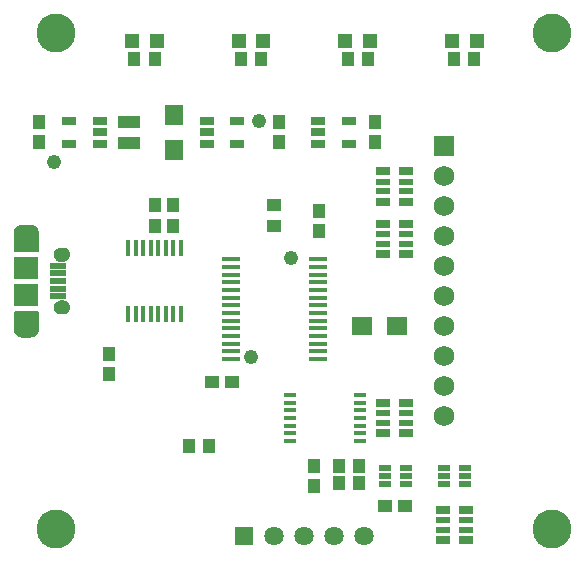
<source format=gts>
G75*
%MOIN*%
%OFA0B0*%
%FSLAX25Y25*%
%IPPOS*%
%LPD*%
%AMOC8*
5,1,8,0,0,1.08239X$1,22.5*
%
%ADD10R,0.04337X0.04731*%
%ADD11R,0.05124X0.05124*%
%ADD12R,0.04731X0.04337*%
%ADD13R,0.06699X0.05912*%
%ADD14R,0.07408X0.04416*%
%ADD15R,0.05912X0.06699*%
%ADD16R,0.04928X0.02132*%
%ADD17R,0.04928X0.02880*%
%ADD18R,0.05900X0.01770*%
%ADD19R,0.05124X0.02565*%
%ADD20R,0.01660X0.05361*%
%ADD21C,0.12998*%
%ADD22R,0.06837X0.06837*%
%ADD23C,0.06837*%
%ADD24R,0.03937X0.01772*%
%ADD25R,0.04331X0.02244*%
%ADD26R,0.06424X0.06424*%
%ADD27C,0.06424*%
%ADD28R,0.05709X0.01969*%
%ADD29C,0.00600*%
%ADD30R,0.07880X0.07487*%
%ADD31C,0.04900*%
D10*
X0116197Y0106500D03*
X0122890Y0106500D03*
X0089543Y0130654D03*
X0089543Y0137346D03*
X0104856Y0180029D03*
X0110793Y0180029D03*
X0110793Y0186721D03*
X0104856Y0186721D03*
X0066165Y0207738D03*
X0066165Y0214431D03*
X0097902Y0235516D03*
X0104594Y0235516D03*
X0133433Y0235516D03*
X0140126Y0235516D03*
X0146165Y0214431D03*
X0146165Y0207738D03*
X0159543Y0184846D03*
X0159543Y0178154D03*
X0178043Y0207738D03*
X0178043Y0214431D03*
X0175657Y0235516D03*
X0168965Y0235516D03*
X0204492Y0235516D03*
X0211185Y0235516D03*
X0172890Y0099937D03*
X0166197Y0099937D03*
X0166197Y0094312D03*
X0172890Y0094312D03*
X0157668Y0093154D03*
X0157668Y0099846D03*
D11*
X0168177Y0241500D03*
X0176445Y0241500D03*
X0203705Y0241500D03*
X0211972Y0241500D03*
X0140913Y0241500D03*
X0132646Y0241500D03*
X0105382Y0241500D03*
X0097114Y0241500D03*
D12*
X0144543Y0186721D03*
X0144543Y0180029D03*
X0130390Y0127712D03*
X0123697Y0127712D03*
X0181509Y0086500D03*
X0188202Y0086500D03*
D13*
X0185449Y0146500D03*
X0173638Y0146500D03*
D14*
X0096165Y0207581D03*
X0096165Y0214589D03*
D15*
X0111165Y0216990D03*
X0111165Y0205179D03*
D16*
X0180705Y0194637D03*
X0180705Y0191488D03*
X0188382Y0191488D03*
X0188382Y0194637D03*
X0188382Y0177137D03*
X0188382Y0173988D03*
X0180705Y0173988D03*
X0180705Y0177137D03*
X0180705Y0117450D03*
X0180705Y0114300D03*
X0188382Y0114300D03*
X0188382Y0117450D03*
X0200705Y0081825D03*
X0200705Y0078675D03*
X0208382Y0078675D03*
X0208382Y0081825D03*
D17*
X0208382Y0085348D03*
X0200705Y0085348D03*
X0200705Y0075152D03*
X0208382Y0075152D03*
X0188382Y0110777D03*
X0180705Y0110777D03*
X0180705Y0120973D03*
X0188382Y0120973D03*
X0188382Y0170464D03*
X0180705Y0170464D03*
X0180705Y0180661D03*
X0180705Y0187964D03*
X0188382Y0187964D03*
X0188382Y0180661D03*
X0188382Y0198161D03*
X0180705Y0198161D03*
D18*
X0158937Y0168759D03*
X0158937Y0166200D03*
X0158937Y0163641D03*
X0158937Y0161082D03*
X0158937Y0158523D03*
X0158937Y0155964D03*
X0158937Y0153405D03*
X0158937Y0150845D03*
X0158937Y0148286D03*
X0158937Y0145727D03*
X0158937Y0143168D03*
X0158937Y0140609D03*
X0158937Y0138050D03*
X0158937Y0135491D03*
X0130150Y0135491D03*
X0130150Y0138050D03*
X0130150Y0140609D03*
X0130150Y0143168D03*
X0130150Y0145727D03*
X0130150Y0148286D03*
X0130150Y0150845D03*
X0130150Y0153405D03*
X0130150Y0155964D03*
X0130150Y0158523D03*
X0130150Y0161082D03*
X0130150Y0163641D03*
X0130150Y0166200D03*
X0130150Y0168759D03*
D19*
X0132161Y0207344D03*
X0121925Y0207344D03*
X0121925Y0211085D03*
X0121925Y0214825D03*
X0132161Y0214825D03*
X0159157Y0214825D03*
X0159157Y0211085D03*
X0159157Y0207344D03*
X0169394Y0207344D03*
X0169394Y0214825D03*
X0086283Y0214825D03*
X0086283Y0211085D03*
X0086283Y0207344D03*
X0076047Y0207344D03*
X0076047Y0214825D03*
D20*
X0095791Y0172441D03*
X0098291Y0172441D03*
X0100791Y0172441D03*
X0103291Y0172441D03*
X0105791Y0172441D03*
X0108291Y0172441D03*
X0110791Y0172441D03*
X0113291Y0172441D03*
X0113291Y0150559D03*
X0110791Y0150559D03*
X0108291Y0150559D03*
X0105791Y0150559D03*
X0103291Y0150559D03*
X0100791Y0150559D03*
X0098291Y0150559D03*
X0095791Y0150559D03*
D21*
X0071866Y0078823D03*
X0237220Y0078823D03*
X0237220Y0244177D03*
X0071866Y0244177D03*
D22*
X0200961Y0206500D03*
D23*
X0200961Y0196500D03*
X0200961Y0186500D03*
X0200961Y0176500D03*
X0200961Y0166500D03*
X0200961Y0156500D03*
X0200961Y0146500D03*
X0200961Y0136500D03*
X0200961Y0126500D03*
X0200961Y0116500D03*
D24*
X0172934Y0115875D03*
X0172934Y0113316D03*
X0172934Y0110757D03*
X0172934Y0108198D03*
X0172934Y0118434D03*
X0172934Y0120993D03*
X0172934Y0123552D03*
X0149903Y0123552D03*
X0149903Y0120993D03*
X0149903Y0118434D03*
X0149903Y0115875D03*
X0149903Y0113316D03*
X0149903Y0110757D03*
X0149903Y0108198D03*
D25*
X0181312Y0099059D03*
X0181312Y0096500D03*
X0181312Y0093941D03*
X0188399Y0093941D03*
X0188399Y0096500D03*
X0188399Y0099059D03*
X0201000Y0099059D03*
X0201000Y0096500D03*
X0201000Y0093941D03*
X0208087Y0093941D03*
X0208087Y0096500D03*
X0208087Y0099059D03*
D26*
X0134543Y0076500D03*
D27*
X0144543Y0076500D03*
X0154543Y0076500D03*
X0164543Y0076500D03*
X0174543Y0076500D03*
D28*
X0072406Y0156382D03*
X0072406Y0158941D03*
X0072406Y0161500D03*
X0072406Y0164059D03*
X0072406Y0166618D03*
D29*
X0072854Y0168345D02*
X0072439Y0168490D01*
X0072066Y0168724D01*
X0071755Y0169035D01*
X0071521Y0169407D01*
X0071376Y0169823D01*
X0071327Y0170260D01*
X0071376Y0170697D01*
X0071521Y0171112D01*
X0071755Y0171485D01*
X0072066Y0171796D01*
X0072439Y0172030D01*
X0072854Y0172175D01*
X0073291Y0172224D01*
X0074079Y0172224D01*
X0074516Y0172175D01*
X0074931Y0172030D01*
X0075304Y0171796D01*
X0075615Y0171485D01*
X0075849Y0171112D01*
X0075994Y0170697D01*
X0076043Y0170260D01*
X0075994Y0169823D01*
X0075849Y0169407D01*
X0075615Y0169035D01*
X0075304Y0168724D01*
X0074931Y0168490D01*
X0074516Y0168345D01*
X0074079Y0168295D01*
X0073291Y0168295D01*
X0072854Y0168345D01*
X0072210Y0168634D02*
X0075160Y0168634D01*
X0075739Y0169232D02*
X0071632Y0169232D01*
X0071375Y0169831D02*
X0075995Y0169831D01*
X0076024Y0170429D02*
X0071346Y0170429D01*
X0071492Y0171028D02*
X0075878Y0171028D01*
X0075473Y0171626D02*
X0071897Y0171626D01*
X0065709Y0171642D02*
X0065709Y0177543D01*
X0065661Y0178023D01*
X0065522Y0178483D01*
X0065295Y0178908D01*
X0064989Y0179280D01*
X0064617Y0179586D01*
X0064192Y0179813D01*
X0063731Y0179953D01*
X0063252Y0180000D01*
X0060496Y0180000D01*
X0060017Y0179953D01*
X0059556Y0179813D01*
X0059131Y0179586D01*
X0058759Y0179280D01*
X0058453Y0178908D01*
X0058226Y0178483D01*
X0058087Y0178023D01*
X0058039Y0177543D01*
X0058039Y0171642D01*
X0065709Y0171642D01*
X0065709Y0172225D02*
X0058039Y0172225D01*
X0058039Y0172823D02*
X0065709Y0172823D01*
X0065709Y0173422D02*
X0058039Y0173422D01*
X0058039Y0174020D02*
X0065709Y0174020D01*
X0065709Y0174619D02*
X0058039Y0174619D01*
X0058039Y0175217D02*
X0065709Y0175217D01*
X0065709Y0175816D02*
X0058039Y0175816D01*
X0058039Y0176414D02*
X0065709Y0176414D01*
X0065709Y0177013D02*
X0058039Y0177013D01*
X0058046Y0177611D02*
X0065702Y0177611D01*
X0065605Y0178210D02*
X0058143Y0178210D01*
X0058400Y0178808D02*
X0065348Y0178808D01*
X0064835Y0179407D02*
X0058913Y0179407D01*
X0072439Y0154510D02*
X0072854Y0154655D01*
X0073291Y0154705D01*
X0074079Y0154705D01*
X0074516Y0154655D01*
X0074931Y0154510D01*
X0075304Y0154276D01*
X0075615Y0153965D01*
X0075849Y0153593D01*
X0075994Y0153177D01*
X0076043Y0152740D01*
X0075994Y0152303D01*
X0075849Y0151888D01*
X0075615Y0151515D01*
X0075304Y0151204D01*
X0074931Y0150970D01*
X0074516Y0150825D01*
X0074079Y0150776D01*
X0073291Y0150776D01*
X0072854Y0150825D01*
X0072439Y0150970D01*
X0072066Y0151204D01*
X0071755Y0151515D01*
X0071521Y0151888D01*
X0071376Y0152303D01*
X0071327Y0152740D01*
X0071376Y0153177D01*
X0071521Y0153593D01*
X0071755Y0153965D01*
X0072066Y0154276D01*
X0072439Y0154510D01*
X0072060Y0154269D02*
X0075310Y0154269D01*
X0075800Y0153671D02*
X0071570Y0153671D01*
X0071364Y0153072D02*
X0076006Y0153072D01*
X0076013Y0152474D02*
X0071357Y0152474D01*
X0071529Y0151875D02*
X0075841Y0151875D01*
X0075376Y0151277D02*
X0071994Y0151277D01*
X0065709Y0151277D02*
X0058039Y0151277D01*
X0058039Y0151358D02*
X0065709Y0151358D01*
X0065709Y0145457D01*
X0065647Y0144910D01*
X0065465Y0144391D01*
X0065173Y0143925D01*
X0064784Y0143536D01*
X0064318Y0143243D01*
X0063799Y0143062D01*
X0063252Y0143000D01*
X0060496Y0143000D01*
X0060017Y0143047D01*
X0059556Y0143187D01*
X0059131Y0143414D01*
X0058759Y0143720D01*
X0058453Y0144092D01*
X0058226Y0144517D01*
X0058087Y0144977D01*
X0058039Y0145457D01*
X0058039Y0151358D01*
X0058039Y0150678D02*
X0065709Y0150678D01*
X0065709Y0150080D02*
X0058039Y0150080D01*
X0058039Y0149481D02*
X0065709Y0149481D01*
X0065709Y0148883D02*
X0058039Y0148883D01*
X0058039Y0148284D02*
X0065709Y0148284D01*
X0065709Y0147686D02*
X0058039Y0147686D01*
X0058039Y0147087D02*
X0065709Y0147087D01*
X0065709Y0146489D02*
X0058039Y0146489D01*
X0058039Y0145890D02*
X0065709Y0145890D01*
X0065690Y0145292D02*
X0058056Y0145292D01*
X0058173Y0144693D02*
X0065571Y0144693D01*
X0065279Y0144095D02*
X0058452Y0144095D01*
X0059031Y0143496D02*
X0064720Y0143496D01*
D30*
X0061874Y0156972D03*
X0061874Y0166028D03*
D31*
X0071106Y0201062D03*
X0139291Y0214835D03*
X0150043Y0169125D03*
X0136731Y0136313D03*
M02*

</source>
